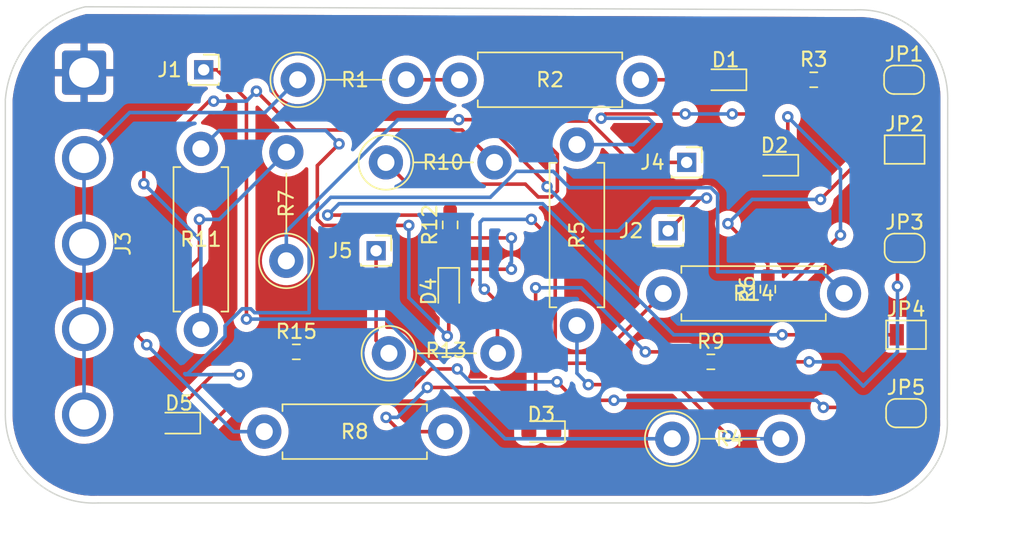
<source format=kicad_pcb>
(kicad_pcb (version 20211014) (generator pcbnew)
  (layers (0 "F.Cu" signal) (31 "B.Cu" signal) (34 "B.Paste" user) (35 "F.Paste" user) (36 "B.SilkS" user "B.Silkscreen") (37 "F.SilkS" user "F.Silkscreen") (38 "B.Mask" user) (39 "F.Mask" user) (44 "Edge.Cuts" user))
  (net 0 "")
  (net 1 "Net-(D1-Pad1)")
  (net 2 "Net-(D1-Pad2)")
  (net 3 "Net-(D2-Pad1)")
  (net 4 "Net-(D2-Pad2)")
  (net 5 "Net-(D3-Pad1)")
  (net 6 "Net-(D3-Pad2)")
  (net 7 "Net-(D4-Pad1)")
  (net 8 "Net-(D4-Pad2)")
  (net 9 "Net-(D5-Pad1)")
  (net 10 "Net-(D5-Pad2)")
  (net 11 "Net-(J1-Pad1)")
  (net 12 "Net-(J2-Pad1)")
  (net 13 "GND")
  (net 14 "VCC")
  (net 15 "Net-(J4-Pad1)")
  (net 16 "Net-(J5-Pad1)")
  (net 17 "Net-(JP1-Pad1)")
  (net 18 "Net-(JP2-Pad1)")
  (net 19 "Net-(JP3-Pad1)")
  (net 20 "Net-(JP4-Pad1)")
  (net 21 "Net-(JP5-Pad1)")
  (net 22 "Net-(R1-Pad2)")
  (net 23 "Net-(R4-Pad2)")
  (net 24 "Net-(R7-Pad2)")
  (net 25 "Net-(R10-Pad2)")
  (net 26 "Net-(R13-Pad2)")
  (footprint "Resistor_THT:R_Axial_DIN0411_L9.9mm_D3.6mm_P12.70mm_Horizontal" (layer "F.Cu") (at 76.6 60.85 90)
    (fp_text reference "R5" (at 6.35 0 90) (layer "F.SilkS"))
    (fp_text value "R")
    (fp_line (start 1.28 1.92) (end 11.42 1.92) (layer "F.SilkS") (width 0.12))
    (fp_line (start 1.28 -1.44) (end 1.28 -1.92) (layer "F.SilkS") (width 0.12))
    (fp_line (start 1.28 1.44) (end 1.28 1.92) (layer "F.SilkS") (width 0.12))
    (fp_line (start 1.28 -1.92) (end 11.42 -1.92) (layer "F.SilkS") (width 0.12))
    (fp_line (start 11.42 1.92) (end 11.42 1.44) (layer "F.SilkS") (width 0.12))
    (fp_line (start 11.42 -1.92) (end 11.42 -1.44) (layer "F.SilkS") (width 0.12))
    (pad "1" thru_hole circle (at 0 0 90) (size 2.4 2.4) (drill 1.2) (layers *.Cu *.Mask) (net 23 "Net-(R4-Pad2)"))
    (pad "2" thru_hole oval (at 12.7 0 90) (size 2.4 2.4) (drill 1.2) (layers *.Cu *.Mask) (net 4 "Net-(D2-Pad2)"))
  )
  (footprint "Jumper:SolderJumper-2_P1.3mm_Open_Pad1.0x1.5mm" (layer "F.Cu") (at 99.6 48.5)
    (fp_text reference "JP2" (at 0 -1.8) (layer "F.SilkS"))
    (fp_text value "SolderJumper_2_Open")
    (fp_line (start 1.4 1) (end -1.4 1) (layer "F.SilkS") (width 0.12))
    (fp_line (start 1.4 -1) (end 1.4 1) (layer "F.SilkS") (width 0.12))
    (fp_line (start -1.4 1) (end -1.4 -1) (layer "F.SilkS") (width 0.12))
    (fp_line (start -1.4 -1) (end 1.4 -1) (layer "F.SilkS") (width 0.12))
    (pad "1" smd rect (at -0.65 0) (size 1 1.5) (layers "F.Cu" "F.Mask") (net 18 "Net-(JP2-Pad1)"))
    (pad "2" smd rect (at 0.65 0) (size 1 1.5) (layers "F.Cu" "F.Mask") (net 13 "GND"))
  )
  (footprint "LED_SMD:LED_0603_1608Metric_Pad1.05x0.95mm_HandSolder" (layer "F.Cu") (at 74.1 68.3 180)
    (fp_text reference "D3" (at 0 1.2) (layer "F.SilkS"))
    (fp_text value "LED")
    (fp_line (start -1.66 -0.735) (end -1.66 0.735) (layer "F.SilkS") (width 0.12))
    (fp_line (start 0.8 -0.735) (end -1.66 -0.735) (layer "F.SilkS") (width 0.12))
    (fp_line (start -1.66 0.735) (end 0.8 0.735) (layer "F.SilkS") (width 0.12))
    (pad "1" smd roundrect (at -0.875 0 180) (size 1.05 0.95) (layers "F.Cu" "F.Paste" "F.Mask") (net 5 "Net-(D3-Pad1)"))
    (pad "2" smd roundrect (at 0.875 0 180) (size 1.05 0.95) (layers "F.Cu" "F.Paste" "F.Mask") (net 6 "Net-(D3-Pad2)"))
  )
  (footprint "LED_SMD:LED_0603_1608Metric_Pad1.05x0.95mm_HandSolder" (layer "F.Cu") (at 86.835 43.6 180)
    (fp_text reference "D1" (at -0.2 1.4) (layer "F.SilkS"))
    (fp_text value "LED")
    (fp_line (start -1.66 0.735) (end 0.8 0.735) (layer "F.SilkS") (width 0.12))
    (fp_line (start 0.8 -0.735) (end -1.66 -0.735) (layer "F.SilkS") (width 0.12))
    (fp_line (start -1.66 -0.735) (end -1.66 0.735) (layer "F.SilkS") (width 0.12))
    (pad "1" smd roundrect (at -0.875 0 180) (size 1.05 0.95) (layers "F.Cu" "F.Paste" "F.Mask") (net 1 "Net-(D1-Pad1)"))
    (pad "2" smd roundrect (at 0.875 0 180) (size 1.05 0.95) (layers "F.Cu" "F.Paste" "F.Mask") (net 2 "Net-(D1-Pad2)"))
  )
  (footprint "Resistor_THT:R_Axial_DIN0411_L9.9mm_D3.6mm_P7.62mm_Vertical" (layer "F.Cu") (at 56.2 56.31 90)
    (fp_text reference "R7" (at 4.02 0 90) (layer "F.SilkS"))
    (fp_text value "R")
    (fp_line (start 1.92 0) (end 6.12 0) (layer "F.SilkS") (width 0.12))
    (fp_circle (center 0 0) (end 1.92 0) (layer "F.SilkS") (width 0.12) (fill none))
    (pad "1" thru_hole circle (at 0 0 90) (size 2.4 2.4) (drill 1.2) (layers *.Cu *.Mask) (net 12 "Net-(J2-Pad1)"))
    (pad "2" thru_hole oval (at 7.62 0 90) (size 2.4 2.4) (drill 1.2) (layers *.Cu *.Mask) (net 24 "Net-(R7-Pad2)"))
  )
  (footprint "Resistor_SMD:R_0603_1608Metric_Pad0.98x0.95mm_HandSolder" (layer "F.Cu") (at 67.7 53.7875 90)
    (fp_text reference "R12" (at 0 -1.43 90) (layer "F.SilkS"))
    (fp_text value "R")
    (fp_line (start -0.254724 0.5225) (end 0.254724 0.5225) (layer "F.SilkS") (width 0.12))
    (fp_line (start -0.254724 -0.5225) (end 0.254724 -0.5225) (layer "F.SilkS") (width 0.12))
    (pad "1" smd roundrect (at -0.9125 0 90) (size 0.975 0.95) (layers "F.Cu" "F.Paste" "F.Mask") (net 7 "Net-(D4-Pad1)"))
    (pad "2" smd roundrect (at 0.9125 0 90) (size 0.975 0.95) (layers "F.Cu" "F.Paste" "F.Mask") (net 20 "Net-(JP4-Pad1)"))
  )
  (footprint "LED_SMD:LED_0603_1608Metric_Pad1.05x0.95mm_HandSolder" (layer "F.Cu") (at 67.6 58.4625 -90)
    (fp_text reference "D4" (at 0 1.4 90) (layer "F.SilkS"))
    (fp_text value "LED")
    (fp_line (start -1.66 0.735) (end 0.8 0.735) (layer "F.SilkS") (width 0.12))
    (fp_line (start 0.8 -0.735) (end -1.66 -0.735) (layer "F.SilkS") (width 0.12))
    (fp_line (start -1.66 -0.735) (end -1.66 0.735) (layer "F.SilkS") (width 0.12))
    (pad "1" smd roundrect (at -0.875 0 270) (size 1.05 0.95) (layers "F.Cu" "F.Paste" "F.Mask") (net 7 "Net-(D4-Pad1)"))
    (pad "2" smd roundrect (at 0.875 0 270) (size 1.05 0.95) (layers "F.Cu" "F.Paste" "F.Mask") (net 8 "Net-(D4-Pad2)"))
  )
  (footprint "Resistor_SMD:R_0603_1608Metric_Pad0.98x0.95mm_HandSolder" (layer "F.Cu") (at 86 63.4)
    (fp_text reference "R9" (at 0 -1.43) (layer "F.SilkS"))
    (fp_text value "R")
    (fp_line (start -0.254724 -0.5225) (end 0.254724 -0.5225) (layer "F.SilkS") (width 0.12))
    (fp_line (start -0.254724 0.5225) (end 0.254724 0.5225) (layer "F.SilkS") (width 0.12))
    (pad "1" smd roundrect (at -0.9125 0) (size 0.975 0.95) (layers "F.Cu" "F.Paste" "F.Mask") (net 5 "Net-(D3-Pad1)"))
    (pad "2" smd roundrect (at 0.9125 0) (size 0.975 0.95) (layers "F.Cu" "F.Paste" "F.Mask") (net 19 "Net-(JP3-Pad1)"))
  )
  (footprint "LED_SMD:LED_0603_1608Metric_Pad1.05x0.95mm_HandSolder" (layer "F.Cu") (at 90.475 49.6 180)
    (fp_text reference "D2" (at 0 1.4) (layer "F.SilkS"))
    (fp_text value "LED")
    (fp_line (start -1.66 -0.735) (end -1.66 0.735) (layer "F.SilkS") (width 0.12))
    (fp_line (start -1.66 0.735) (end 0.8 0.735) (layer "F.SilkS") (width 0.12))
    (fp_line (start 0.8 -0.735) (end -1.66 -0.735) (layer "F.SilkS") (width 0.12))
    (pad "1" smd roundrect (at -0.875 0 180) (size 1.05 0.95) (layers "F.Cu" "F.Paste" "F.Mask") (net 3 "Net-(D2-Pad1)"))
    (pad "2" smd roundrect (at 0.875 0 180) (size 1.05 0.95) (layers "F.Cu" "F.Paste" "F.Mask") (net 4 "Net-(D2-Pad2)"))
  )
  (footprint "Resistor_THT:R_Axial_DIN0411_L9.9mm_D3.6mm_P7.62mm_Vertical" (layer "F.Cu") (at 57 43.6)
    (fp_text reference "R1" (at 4.02 0) (layer "F.SilkS"))
    (fp_text value "R")
    (fp_line (start 1.92 0) (end 6.12 0) (layer "F.SilkS") (width 0.12))
    (fp_circle (center 0 0) (end 1.92 0) (layer "F.SilkS") (width 0.12) (fill none))
    (pad "1" thru_hole circle (at 0 0) (size 2.4 2.4) (drill 1.2) (layers *.Cu *.Mask) (net 14 "VCC"))
    (pad "2" thru_hole oval (at 7.62 0) (size 2.4 2.4) (drill 1.2) (layers *.Cu *.Mask) (net 22 "Net-(R1-Pad2)"))
  )
  (footprint "Resistor_THT:R_Axial_DIN0411_L9.9mm_D3.6mm_P12.70mm_Horizontal" (layer "F.Cu") (at 82.65 58.6)
    (fp_text reference "R14" (at 6.35 0) (layer "F.SilkS"))
    (fp_text value "R")
    (fp_line (start 1.28 -1.92) (end 11.42 -1.92) (layer "F.SilkS") (width 0.12))
    (fp_line (start 1.28 1.44) (end 1.28 1.92) (layer "F.SilkS") (width 0.12))
    (fp_line (start 1.28 1.92) (end 11.42 1.92) (layer "F.SilkS") (width 0.12))
    (fp_line (start 11.42 1.92) (end 11.42 1.44) (layer "F.SilkS") (width 0.12))
    (fp_line (start 1.28 -1.44) (end 1.28 -1.92) (layer "F.SilkS") (width 0.12))
    (fp_line (start 11.42 -1.92) (end 11.42 -1.44) (layer "F.SilkS") (width 0.12))
    (pad "1" thru_hole circle (at 0 0) (size 2.4 2.4) (drill 1.2) (layers *.Cu *.Mask) (net 26 "Net-(R13-Pad2)"))
    (pad "2" thru_hole oval (at 12.7 0) (size 2.4 2.4) (drill 1.2) (layers *.Cu *.Mask) (net 10 "Net-(D5-Pad2)"))
  )
  (footprint "Jumper:SolderJumper-2_P1.3mm_Open_RoundedPad1.0x1.5mm" (layer "F.Cu") (at 99.6 55.4)
    (fp_text reference "JP3" (at 0 -1.8) (layer "F.SilkS"))
    (fp_text value "SolderJumper_2_Open")
    (fp_line (start 1.4 -0.3) (end 1.4 0.3) (layer "F.SilkS") (width 0.12))
    (fp_line (start 0.7 1) (end -0.7 1) (layer "F.SilkS") (width 0.12))
    (fp_line (start -1.4 0.3) (end -1.4 -0.3) (layer "F.SilkS") (width 0.12))
    (fp_line (start -0.7 -1) (end 0.7 -1) (layer "F.SilkS") (width 0.12))
    (fp_arc (start -0.7 1) (mid -1.194975 0.794975) (end -1.4 0.3) (layer "F.SilkS") (width 0.12))
    (fp_arc (start -1.4 -0.3) (mid -1.194975 -0.794975) (end -0.7 -1) (layer "F.SilkS") (width 0.12))
    (fp_arc (start 0.7 -1) (mid 1.194975 -0.794975) (end 1.4 -0.3) (layer "F.SilkS") (width 0.12))
    (fp_arc (start 1.4 0.3) (mid 1.194975 0.794975) (end 0.7 1) (layer "F.SilkS") (width 0.12))
    (pad "1" smd custom (at -0.65 0) (size 1 0.5) (layers "F.Cu" "F.Mask") (net 19 "Net-(JP3-Pad1)") (options (clearance outline) (anchor rect)) (primitives (gr_circle (center 0 0.25) (end 0.5 0.25) (width 0) (fill yes)) (gr_circle (center 0 -0.25) (end 0.5 -0.25) (width 0) (fill yes)) (gr_poly (pts (xy 0.5 0.75) (xy 0 0.75) (xy 0 -0.75) (xy 0.5 -0.75)) (width 0) (fill yes))))
    (pad "2" smd custom (at 0.65 0) (size 1 0.5) (layers "F.Cu" "F.Mask") (net 13 "GND") (options (clearance outline) (anchor rect)) (primitives (gr_circle (center 0 0.25) (end 0.5 0.25) (width 0) (fill yes)) (gr_circle (center 0 -0.25) (end 0.5 -0.25) (width 0) (fill yes)) (gr_poly (pts (xy 0 0.75) (xy -0.5 0.75) (xy -0.5 -0.75) (xy 0 -0.75)) (width 0) (fill yes))))
  )
  (footprint "Resistor_SMD:R_0603_1608Metric_Pad0.98x0.95mm_HandSolder" (layer "F.Cu") (at 90 58.3 90)
    (fp_text reference "R6" (at 0 -1.43 90) (layer "F.SilkS"))
    (fp_text value "R")
    (fp_line (start -0.254724 0.5225) (end 0.254724 0.5225) (layer "F.SilkS") (width 0.12))
    (fp_line (start -0.254724 -0.5225) (end 0.254724 -0.5225) (layer "F.SilkS") (width 0.12))
    (pad "1" smd roundrect (at -0.9125 0 90) (size 0.975 0.95) (layers "F.Cu" "F.Paste" "F.Mask") (net 3 "Net-(D2-Pad1)"))
    (pad "2" smd roundrect (at 0.9125 0 90) (size 0.975 0.95) (layers "F.Cu" "F.Paste" "F.Mask") (net 18 "Net-(JP2-Pad1)"))
  )
  (footprint "Resistor_THT:R_Axial_DIN0411_L9.9mm_D3.6mm_P12.70mm_Horizontal" (layer "F.Cu") (at 54.65 68.3)
    (fp_text reference "R8" (at 6.35 0) (layer "F.SilkS"))
    (fp_text value "R")
    (fp_line (start 1.28 1.92) (end 11.42 1.92) (layer "F.SilkS") (width 0.12))
    (fp_line (start 1.28 1.44) (end 1.28 1.92) (layer "F.SilkS") (width 0.12))
    (fp_line (start 1.28 -1.92) (end 11.42 -1.92) (layer "F.SilkS") (width 0.12))
    (fp_line (start 11.42 1.92) (end 11.42 1.44) (layer "F.SilkS") (width 0.12))
    (fp_line (start 11.42 -1.92) (end 11.42 -1.44) (layer "F.SilkS") (width 0.12))
    (fp_line (start 1.28 -1.44) (end 1.28 -1.92) (layer "F.SilkS") (width 0.12))
    (pad "1" thru_hole circle (at 0 0) (size 2.4 2.4) (drill 1.2) (layers *.Cu *.Mask) (net 24 "Net-(R7-Pad2)"))
    (pad "2" thru_hole oval (at 12.7 0) (size 2.4 2.4) (drill 1.2) (layers *.Cu *.Mask) (net 6 "Net-(D3-Pad2)"))
  )
  (footprint "Resistor_THT:R_Axial_DIN0411_L9.9mm_D3.6mm_P7.62mm_Vertical" (layer "F.Cu") (at 63.4 62.8)
    (fp_text reference "R13" (at 4.02 -0.2) (layer "F.SilkS"))
    (fp_text value "R")
    (fp_line (start 1.92 0) (end 6.12 0) (layer "F.SilkS") (width 0.12))
    (fp_circle (center 0 0) (end 1.92 0) (layer "F.SilkS") (width 0.12) (fill none))
    (pad "1" thru_hole circle (at 0 0) (size 2.4 2.4) (drill 1.2) (layers *.Cu *.Mask) (net 16 "Net-(J5-Pad1)"))
    (pad "2" thru_hole oval (at 7.62 0) (size 2.4 2.4) (drill 1.2) (layers *.Cu *.Mask) (net 26 "Net-(R13-Pad2)"))
  )
  (footprint "Resistor_SMD:R_0603_1608Metric_Pad0.98x0.95mm_HandSolder" (layer "F.Cu") (at 93.2225 43.6)
    (fp_text reference "R3" (at 0 -1.43) (layer "F.SilkS"))
    (fp_text value "R")
    (fp_line (start -0.254724 0.5225) (end 0.254724 0.5225) (layer "F.SilkS") (width 0.12))
    (fp_line (start -0.254724 -0.5225) (end 0.254724 -0.5225) (layer "F.SilkS") (width 0.12))
    (pad "1" smd roundrect (at -0.9125 0) (size 0.975 0.95) (layers "F.Cu" "F.Paste" "F.Mask") (net 1 "Net-(D1-Pad1)"))
    (pad "2" smd roundrect (at 0.9125 0) (size 0.975 0.95) (layers "F.Cu" "F.Paste" "F.Mask") (net 17 "Net-(JP1-Pad1)"))
  )
  (footprint "Resistor_SMD:R_0603_1608Metric_Pad0.98x0.95mm_HandSolder" (layer "F.Cu") (at 56.9 62.7)
    (fp_text reference "R15" (at 0 -1.43) (layer "F.SilkS"))
    (fp_text value "R")
    (fp_line (start -0.254724 -0.5225) (end 0.254724 -0.5225) (layer "F.SilkS") (width 0.12))
    (fp_line (start -0.254724 0.5225) (end 0.254724 0.5225) (layer "F.SilkS") (width 0.12))
    (pad "1" smd roundrect (at -0.9125 0) (size 0.975 0.95) (layers "F.Cu" "F.Paste" "F.Mask") (net 9 "Net-(D5-Pad1)"))
    (pad "2" smd roundrect (at 0.9125 0) (size 0.975 0.95) (layers "F.Cu" "F.Paste" "F.Mask") (net 21 "Net-(JP5-Pad1)"))
  )
  (footprint "Resistor_THT:R_Axial_DIN0411_L9.9mm_D3.6mm_P7.62mm_Vertical" (layer "F.Cu") (at 83.29 68.8)
    (fp_text reference "R4" (at 4.02 0) (layer "F.SilkS"))
    (fp_text value "R")
    (fp_line (start 1.92 0) (end 6.12 0) (layer "F.SilkS") (width 0.12))
    (fp_circle (center 0 0) (end 1.92 0) (layer "F.SilkS") (width 0.12) (fill none))
    (pad "1" thru_hole circle (at 0 0) (size 2.4 2.4) (drill 1.2) (layers *.Cu *.Mask) (net 11 "Net-(J1-Pad1)"))
    (pad "2" thru_hole oval (at 7.62 0) (size 2.4 2.4) (drill 1.2) (layers *.Cu *.Mask) (net 23 "Net-(R4-Pad2)"))
  )
  (footprint "Resistor_THT:R_Axial_DIN0411_L9.9mm_D3.6mm_P12.70mm_Horizontal" (layer "F.Cu") (at 68.36 43.6)
    (fp_text reference "R2" (at 6.35 0) (layer "F.SilkS"))
    (fp_text value "R")
    (fp_line (start 1.28 -1.44) (end 1.28 -1.92) (layer "F.SilkS") (width 0.12))
    (fp_line (start 1.28 1.44) (end 1.28 1.92) (layer "F.SilkS") (width 0.12))
    (fp_line (start 11.42 -1.92) (end 11.42 -1.44) (layer "F.SilkS") (width 0.12))
    (fp_line (start 1.28 -1.92) (end 11.42 -1.92) (layer "F.SilkS") (width 0.12))
    (fp_line (start 1.28 1.92) (end 11.42 1.92) (layer "F.SilkS") (width 0.12))
    (fp_line (start 11.42 1.92) (end 11.42 1.44) (layer "F.SilkS") (width 0.12))
    (pad "1" thru_hole circle (at 0 0) (size 2.4 2.4) (drill 1.2) (layers *.Cu *.Mask) (net 22 "Net-(R1-Pad2)"))
    (pad "2" thru_hole oval (at 12.7 0) (size 2.4 2.4) (drill 1.2) (layers *.Cu *.Mask) (net 2 "Net-(D1-Pad2)"))
  )
  (footprint "Jumper:SolderJumper-2_P1.3mm_Open_RoundedPad1.0x1.5mm" (layer "F.Cu") (at 99.56 43.6)
    (fp_text reference "JP1" (at 0 -1.8) (layer "F.SilkS"))
    (fp_text value "SolderJumper_2_Open")
    (fp_line (start 1.4 -0.3) (end 1.4 0.3) (layer "F.SilkS") (width 0.12))
    (fp_line (start -1.4 0.3) (end -1.4 -0.3) (layer "F.SilkS") (width 0.12))
    (fp_line (start -0.7 -1) (end 0.7 -1) (layer "F.SilkS") (width 0.12))
    (fp_line (start 0.7 1) (end -0.7 1) (layer "F.SilkS") (width 0.12))
    (fp_arc (start 1.4 0.3) (mid 1.194975 0.794975) (end 0.7 1) (layer "F.SilkS") (width 0.12))
    (fp_arc (start -1.4 -0.3) (mid -1.194975 -0.794975) (end -0.7 -1) (layer "F.SilkS") (width 0.12))
    (fp_arc (start 0.7 -1) (mid 1.194975 -0.794975) (end 1.4 -0.3) (layer "F.SilkS") (width 0.12))
    (fp_arc (start -0.7 1) (mid -1.194975 0.794975) (end -1.4 0.3) (layer "F.SilkS") (width 0.12))
    (pad "1" smd custom (at -0.65 0) (size 1 0.5) (layers "F.Cu" "F.Mask") (net 17 "Net-(JP1-Pad1)") (options (clearance outline) (anchor rect)) (primitives (gr_circle (center 0 0.25) (end 0.5 0.25) (width 0) (fill yes)) (gr_circle (center 0 -0.25) (end 0.5 -0.25) (width 0) (fill yes)) (gr_poly (pts (xy 0.5 0.75) (xy 0 0.75) (xy 0 -0.75) (xy 0.5 -0.75)) (width 0) (fill yes))))
    (pad "2" smd custom (at 0.65 0) (size 1 0.5) (layers "F.Cu" "F.Mask") (net 13 "GND") (options (clearance outline) (anchor rect)) (primitives (gr_circle (center 0 0.25) (end 0.5 0.25) (width 0) (fill yes)) (gr_circle (center 0 -0.25) (end 0.5 -0.25) (width 0) (fill yes)) (gr_poly (pts (xy 0 0.75) (xy -0.5 0.75) (xy -0.5 -0.75) (xy 0 -0.75)) (width 0) (fill yes))))
  )
  (footprint "Connector_PinSocket_2.00mm:PinSocket_1x01_P2.00mm_Vertical" (layer "F.Cu") (at 84.3 49.4)
    (fp_text reference "J4" (at -2.4 0) (layer "F.SilkS"))
    (fp_text value "Conn_01x01")
    (fp_line (start 1.06 0.94) (end 1.06 1.06) (layer "F.SilkS") (width 0.12))
    (fp_line (start 0 -1.06) (end 1.06 -1.06) (layer "F.SilkS") (width 0.12))
    (fp_line (start 1.06 -1.06) (end 1.06 0) (layer "F.SilkS") (width 0.12))
    (fp_line (start -1.06 0.94) (end -1.06 1.06) (layer "F.SilkS") (width 0.12))
    (fp_line (start -1.06 1.06) (end 1.06 1.06) (layer "F.SilkS") (width 0.12))
    (pad "1" thru_hole rect (at 0 0) (size 1.35 1.35) (drill 0.8) (layers *.Cu *.Mask) (net 15 "Net-(J4-Pad1)"))
  )
  (footprint "Connector_Wire:SolderWire-1.5sqmm_1x05_P6mm_D1.7mm_OD3mm" (layer "F.Cu") (at 42 43.1 -90)
    (fp_text reference "J3" (at 12 -2.75 90) (layer "F.SilkS"))
    (fp_text value "Conn_01x05")
    (pad "1" thru_hole roundrect (at 0 0 270) (size 3.1 3.1) (drill 2.1) (layers *.Cu *.Mask) (roundrect_rratio 0.08064483871) (net 13 "GND"))
    (pad "2" thru_hole circle (at 6 0 270) (size 3.1 3.1) (drill 2.1) (layers *.Cu *.Mask) (net 14 "VCC"))
    (pad "3" thru_hole circle (at 12 0 270) (size 3.1 3.1) (drill 2.1) (layers *.Cu *.Mask) (net 14 "VCC"))
    (pad "4" thru_hole circle (at 18 0 270) (size 3.1 3.1) (drill 2.1) (layers *.Cu *.Mask) (net 14 "VCC"))
    (pad "5" thru_hole circle (at 24 0 270) (size 3.1 3.1) (drill 2.1) (layers *.Cu *.Mask) (net 14 "VCC"))
  )
  (footprint "Connector_PinSocket_2.00mm:PinSocket_1x01_P2.00mm_Vertical" (layer "F.Cu") (at 62.5 55.6)
    (fp_text reference "J5" (at -2.51 0) (layer "F.SilkS"))
    (fp_text value "Conn_01x01")
    (fp_line (start -1.06 0.94) (end -1.06 1.06) (layer "F.SilkS") (width 0.12))
    (fp_line (start 1.06 0.94) (end 1.06 1.06) (layer "F.SilkS") (width 0.12))
    (fp_line (start 1.06 -1.06) (end 1.06 0) (layer "F.SilkS") (width 0.12))
    (fp_line (start -1.06 1.06) (end 1.06 1.06) (layer "F.SilkS") (width 0.12))
    (fp_line (start 0 -1.06) (end 1.06 -1.06) (layer "F.SilkS") (width 0.12))
    (pad "1" thru_hole rect (at 0 0) (size 1.35 1.35) (drill 0.8) (layers *.Cu *.Mask) (net 16 "Net-(J5-Pad1)"))
  )
  (footprint "Connector_PinSocket_2.00mm:PinSocket_1x01_P2.00mm_Vertical" (layer "F.Cu") (at 83 54.2)
    (fp_text reference "J2" (at -2.6 0) (layer "F.SilkS"))
    (fp_text value "Conn_01x01")
    (fp_line (start -1.06 1.06) (end 1.06 1.06) (layer "F.SilkS") (width 0.12))
    (fp_line (start 1.06 0.94) (end 1.06 1.06) (layer "F.SilkS") (width 0.12))
    (fp_line (start 1.06 -1.06) (end 1.06 0) (layer "F.SilkS") (width 0.12))
    (fp_line (start -1.06 0.94) (end -1.06 1.06) (layer "F.SilkS") (width 0.12))
    (fp_line (start 0 -1.06) (end 1.06 -1.06) (layer "F.SilkS") (width 0.12))
    (pad "1" thru_hole rect (at 0 0) (size 1.35 1.35) (drill 0.8) (layers *.Cu *.Mask) (net 12 "Net-(J2-Pad1)"))
  )
  (footprint "Connector_PinSocket_2.00mm:PinSocket_1x01_P2.00mm_Vertical" (layer "F.Cu") (at 50.4 42.9)
    (fp_text reference "J1" (at -2.4 0) (layer "F.SilkS"))
    (fp_text value "Conn_01x01")
    (fp_line (start 1.06 -1.06) (end 1.06 0) (layer "F.SilkS") (width 0.12))
    (fp_line (start -1.06 0.94) (end -1.06 1.06) (layer "F.SilkS") (width 0.12))
    (fp_line (start 0 -1.06) (end 1.06 -1.06) (layer "F.SilkS") (width 0.12))
    (fp_line (start 1.06 0.94) (end 1.06 1.06) (layer "F.SilkS") (width 0.12))
    (fp_line (start -1.06 1.06) (end 1.06 1.06) (layer "F.SilkS") (width 0.12))
    (pad "1" thru_hole rect (at 0 0) (size 1.35 1.35) (drill 0.8) (layers *.Cu *.Mask) (net 11 "Net-(J1-Pad1)"))
  )
  (footprint "Jumper:SolderJumper-2_P1.3mm_Open_Pad1.0x1.5mm" (layer "F.Cu") (at 99.7 61.5)
    (fp_text reference "JP4" (at 0 -1.8) (layer "F.SilkS"))
    (fp_text value "SolderJumper_2_Open")
    (fp_line (start 1.4 1) (end -1.4 1) (layer "F.SilkS") (width 0.12))
    (fp_line (start 1.4 -1) (end 1.4 1) (layer "F.SilkS") (width 0.12))
    (fp_line (start -1.4 -1) (end 1.4 -1) (layer "F.SilkS") (width 0.12))
    (fp_line (start -1.4 1) (end -1.4 -1) (layer "F.SilkS") (width 0.12))
    (pad "1" smd rect (at -0.65 0) (size 1 1.5) (layers "F.Cu" "F.Mask") (net 20 "Net-(JP4-Pad1)"))
    (pad "2" smd rect (at 0.65 0) (size 1 1.5) (layers "F.Cu" "F.Mask") (net 13 "GND"))
  )
  (footprint "Resistor_THT:R_Axial_DIN0411_L9.9mm_D3.6mm_P7.62mm_Vertical" (layer "F.Cu") (at 63.19 49.4)
    (fp_text reference "R10" (at 4.02 0) (layer "F.SilkS"))
    (fp_text value "R")
    (fp_line (start 1.92 0) (end 6.12 0) (layer "F.SilkS") (width 0.12))
    (fp_circle (center 0 0) (end 1.92 0) (layer "F.SilkS") (width 0.12) (fill none))
    (pad "1" thru_hole circle (at 0 0) (size 2.4 2.4) (drill 1.2) (layers *.Cu *.Mask) (net 15 "Net-(J4-Pad1)"))
    (pad "2" thru_hole oval (at 7.62 0) (size 2.4 2.4) (drill 1.2) (layers *.Cu *.Mask) (net 25 "Net-(R10-Pad2)"))
  )
  (footprint "LED_SMD:LED_0603_1608Metric_Pad1.05x0.95mm_HandSolder" (layer "F.Cu") (at 48.5 67.7 180)
    (fp_text reference "D5" (at -0.165 1.4) (layer "F.SilkS"))
    (fp_text value "LED")
    (fp_line (start 0.8 -0.735) (end -1.66 -0.735) (layer "F.SilkS") (width 0.12))
    (fp_line (start -1.66 -0.735) (end -1.66 0.735) (layer "F.SilkS") (width 0.12))
    (fp_line (start -1.66 0.735) (end 0.8 0.735) (layer "F.SilkS") (width 0.12))
    (pad "1" smd roundrect (at -0.875 0 180) (size 1.05 0.95) (layers "F.Cu" "F.Paste" "F.Mask") (net 9 "Net-(D5-Pad1)"))
    (pad "2" smd roundrect (at 0.875 0 180) (size 1.05 0.95) (layers "F.Cu" "F.Paste" "F.Mask") (net 10 "Net-(D5-Pad2)"))
  )
  (footprint "Jumper:SolderJumper-2_P1.3mm_Open_RoundedPad1.0x1.5mm" (layer "F.Cu") (at 99.7 67)
    (fp_text reference "JP5" (at 0 -1.8) (layer "F.SilkS"))
    (fp_text value "SolderJumper_2_Open")
    (fp_line (start -0.7 -1) (end 0.7 -1) (layer "F.SilkS") (width 0.12))
    (fp_line (start -1.4 0.3) (end -1.4 -0.3) (layer "F.SilkS") (width 0.12))
    (fp_line (start 0.7 1) (end -0.7 1) (layer "F.SilkS") (width 0.12))
    (fp_line (start 1.4 -0.3) (end 1.4 0.3) (layer "F.SilkS") (width 0.12))
    (fp_arc (start 1.4 0.3) (mid 1.194975 0.794975) (end 0.7 1) (layer "F.SilkS") (width 0.12))
    (fp_arc (start 0.7 -1) (mid 1.194975 -0.794975) (end 1.4 -0.3) (layer "F.SilkS") (width 0.12))
    (fp_arc (start -1.4 -0.3) (mid -1.194975 -0.794975) (end -0.7 -1) (layer "F.SilkS") (width 0.12))
    (fp_arc (start -0.7 1) (mid -1.194975 0.794975) (end -1.4 0.3) (layer "F.SilkS") (width 0.12))
    (pad "1" smd custom (at -0.65 0) (size 1 0.5) (layers "F.Cu" "F.Mask") (net 21 "Net-(JP5-Pad1)") (options (clearance outline) (anchor rect)) (primitives (gr_circle (center 0 0.25) (end 0.5 0.25) (width 0) (fill yes)) (gr_circle (center 0 -0.25) (end 0.5 -0.25) (width 0) (fill yes)) (gr_poly (pts (xy 0.5 0.75) (xy 0 0.75) (xy 0 -0.75) (xy 0.5 -0.75)) (width 0) (fill yes))))
    (pad "2" smd custom (at 0.65 0) (size 1 0.5) (layers "F.Cu" "F.Mask") (net 13 "GND") (options (clearance outline) (anchor rect)) (primitives (gr_circle (center 0 0.25) (end 0.5 0.25) (width 0) (fill yes)) (gr_circle (center 0 -0.25) (end 0.5 -0.25) (width 0) (fill yes)) (gr_poly (pts (xy 0 0.75) (xy -0.5 0.75) (xy -0.5 -0.75) (xy 0 -0.75)) (width 0) (fill yes))))
  )
  (footprint "Resistor_THT:R_Axial_DIN0411_L9.9mm_D3.6mm_P12.70mm_Horizontal" (layer "F.Cu") (at 50.2 61.15 90)
    (fp_text reference "R11" (at 6.35 0) (layer "F.SilkS"))
    (fp_text value "R")
    (fp_line (start 11.42 1.92) (end 11.42 1.44) (layer "F.SilkS") (width 0.12))
    (fp_line (start 1.28 -1.92) (end 11.42 -1.92) (layer "F.SilkS") (width 0.12))
    (fp_line (start 1.28 -1.44) (end 1.28 -1.92) (layer "F.SilkS") (width 0.12))
    (fp_line (start 1.28 1.92) (end 11.42 1.92) (layer "F.SilkS") (width 0.12))
    (fp_line (start 1.28 1.44) (end 1.28 1.92) (layer "F.SilkS") (width 0.12))
    (fp_line (start 11.42 -1.92) (end 11.42 -1.44) (layer "F.SilkS") (width 0.12))
    (pad "1" thru_hole circle (at 0 0 90) (size 2.4 2.4) (drill 1.2) (layers *.Cu *.Mask) (net 25 "Net-(R10-Pad2)"))
    (pad "2" thru_hole oval (at 12.7 0 90) (size 2.4 2.4) (drill 1.2) (layers *.Cu *.Mask) (net 8 "Net-(D4-Pad2)"))
  )
  (gr_line (start 42.094005 38.474558) (end 96.118189 38.694006) (layer "Edge.Cuts") (width 0.1))
  (gr_arc (start 96.118189 38.694006) (mid 100.7 40.4) (end 102.625442 44.894005) (layer "Edge.Cuts") (width 0.1))
  (gr_line (start 42.981811 73.305994) (end 96.6 73.305994) (layer "Edge.Cuts") (width 0.1))
  (gr_arc (start 102.599999 67.4) (mid 100.921635 71.695669) (end 96.6 73.305994) (layer "Edge.Cuts") (width 0.1))
  (gr_line (start 36.474558 67.105995) (end 36.474558 45) (layer "Edge.Cuts") (width 0.1))
  (gr_arc (start 42.981811 73.305994) (mid 38.4 71.6) (end 36.474558 67.105995) (layer "Edge.Cuts") (width 0.1))
  (gr_arc (start 36.474558 45) (mid 38.220428 40.821131) (end 42.094005 38.474558) (layer "Edge.Cuts") (width 0.1))
  (gr_line (start 102.625442 44.894005) (end 102.599999 67.4) (layer "Edge.Cuts") (width 0.1))
  (segment (start 87.71 43.6) (end 92.31 43.6) (width 0.25) (layer "F.Cu") (net 1))
  (segment (start 81.06 43.6) (end 85.96 43.6) (width 0.25) (layer "F.Cu") (net 2))
  (segment (start 95.1 54.5) (end 90.3875 59.2125) (width 0.25) (layer "F.Cu") (net 3))
  (segment (start 90.3875 59.2125) (end 90 59.2125) (width 0.25) (layer "F.Cu") (net 3))
  (segment (start 91.4 49.55) (end 91.4 46.2) (width 0.25) (layer "F.Cu") (net 3))
  (segment (start 91.35 49.6) (end 91.4 49.55) (width 0.25) (layer "F.Cu") (net 3))
  (via (at 91.4 46.2) (size 0.8) (drill 0.4) (layers "F.Cu" "B.Cu") (net 3))
  (via (at 95.1 54.5) (size 0.8) (drill 0.4) (layers "F.Cu" "B.Cu") (net 3))
  (segment (start 91.4 46.2) (end 95.1 49.9) (width 0.25) (layer "B.Cu") (net 3))
  (segment (start 95.1 49.9) (end 95.1 54.5) (width 0.25) (layer "B.Cu") (net 3))
  (segment (start 78.6 46) (end 78.3 46.3) (width 0.25) (layer "F.Cu") (net 4))
  (segment (start 89.4 46) (end 87.5 46) (width 0.25) (layer "F.Cu") (net 4))
  (segment (start 89.6 46.2) (end 89.4 46) (width 0.25) (layer "F.Cu") (net 4))
  (segment (start 84.2 46) (end 78.6 46) (width 0.25) (layer "F.Cu") (net 4))
  (segment (start 89.6 49.6) (end 89.6 46.2) (width 0.25) (layer "F.Cu") (net 4))
  (via (at 87.5 46) (size 0.8) (drill 0.4) (layers "F.Cu" "B.Cu") (net 4))
  (via (at 78.3 46.3) (size 0.8) (drill 0.4) (layers "F.Cu" "B.Cu") (net 4))
  (via (at 84.2 46) (size 0.8) (drill 0.4) (layers "F.Cu" "B.Cu") (net 4))
  (segment (start 76.6 48.15) (end 80.55 48.15) (width 0.25) (layer "B.Cu") (net 4))
  (segment (start 81.6 46.3) (end 78.3 46.3) (width 0.25) (layer "B.Cu") (net 4))
  (segment (start 80.55 48.15) (end 82 46.7) (width 0.25) (layer "B.Cu") (net 4))
  (segment (start 87.5 46) (end 84.2 46) (width 0.25) (layer "B.Cu") (net 4))
  (segment (start 82 46.7) (end 81.6 46.3) (width 0.25) (layer "B.Cu") (net 4))
  (segment (start 74.975 68.3) (end 73.7 67.025) (width 0.25) (layer "F.Cu") (net 5))
  (segment (start 81.4 62.7) (end 84.3875 62.7) (width 0.25) (layer "F.Cu") (net 5))
  (segment (start 84.3875 62.7) (end 85.0875 63.4) (width 0.25) (layer "F.Cu") (net 5))
  (segment (start 73.7 67.025) (end 73.7 58.2) (width 0.25) (layer "F.Cu") (net 5))
  (via (at 81.4 62.7) (size 0.8) (drill 0.4) (layers "F.Cu" "B.Cu") (net 5))
  (via (at 73.7 58.2) (size 0.8) (drill 0.4) (layers "F.Cu" "B.Cu") (net 5))
  (segment (start 73.7 58.2) (end 76.9 58.2) (width 0.25) (layer "B.Cu") (net 5))
  (segment (start 76.9 58.2) (end 81.4 62.7) (width 0.25) (layer "B.Cu") (net 5))
  (segment (start 66.1 65.2) (end 70.125 65.2) (width 0.25) (layer "F.Cu") (net 6))
  (segment (start 64.2 68.3) (end 63.2 67.3) (width 0.25) (layer "F.Cu") (net 6))
  (segment (start 70.125 65.2) (end 73.225 68.3) (width 0.25) (layer "F.Cu") (net 6))
  (segment (start 67.35 68.3) (end 64.2 68.3) (width 0.25) (layer "F.Cu") (net 6))
  (via (at 63.2 67.3) (size 0.8) (drill 0.4) (layers "F.Cu" "B.Cu") (net 6))
  (via (at 66.1 65.2) (size 0.8) (drill 0.4) (layers "F.Cu" "B.Cu") (net 6))
  (segment (start 63.2 67.3) (end 64 67.3) (width 0.25) (layer "B.Cu") (net 6))
  (segment (start 64 67.3) (end 66.1 65.2) (width 0.25) (layer "B.Cu") (net 6))
  (segment (start 68.2875 56.9) (end 67.6 57.5875) (width 0.25) (layer "F.Cu") (net 7))
  (segment (start 67.7 54.7) (end 72 54.7) (width 0.25) (layer "F.Cu") (net 7))
  (segment (start 72 56.9) (end 68.2875 56.9) (width 0.25) (layer "F.Cu") (net 7))
  (via (at 72 54.7) (size 0.8) (drill 0.4) (layers "F.Cu" "B.Cu") (net 7))
  (via (at 72 56.9) (size 0.8) (drill 0.4) (layers "F.Cu" "B.Cu") (net 7))
  (segment (start 72 54.7) (end 72 56.4) (width 0.25) (layer "B.Cu") (net 7))
  (segment (start 72 56.4) (end 71.9 56.5) (width 0.25) (layer "B.Cu") (net 7))
  (segment (start 71.9 56.8) (end 72 56.9) (width 0.25) (layer "B.Cu") (net 7))
  (segment (start 71.9 56.5) (end 71.9 56.8) (width 0.25) (layer "B.Cu") (net 7))
  (segment (start 67.6 61.5) (end 67.5 61.6) (width 0.25) (layer "F.Cu") (net 8))
  (segment (start 58.799886 53.8245) (end 58.375489 53.400103) (width 0.25) (layer "F.Cu") (net 8))
  (segment (start 64.8 53.8245) (end 58.799886 53.8245) (width 0.25) (layer "F.Cu") (net 8))
  (segment (start 58.375489 53.400103) (end 58.375489 49.624511) (width 0.25) (layer "F.Cu") (net 8))
  (segment (start 67.6 59.3375) (end 67.6 61.5) (width 0.25) (layer "F.Cu") (net 8))
  (segment (start 58.375489 49.624511) (end 59.9 48.1) (width 0.25) (layer "F.Cu") (net 8))
  (via (at 64.8 53.8245) (size 0.8) (drill 0.4) (layers "F.Cu" "B.Cu") (net 8))
  (via (at 59.9 48.1) (size 0.8) (drill 0.4) (layers "F.Cu" "B.Cu") (net 8))
  (via (at 67.5 61.6) (size 0.8) (drill 0.4) (layers "F.Cu" "B.Cu") (net 8))
  (segment (start 51.484511 47.165489) (end 50.2 48.45) (width 0.25) (layer "B.Cu") (net 8))
  (segment (start 64.8 58.9) (end 64.8 53.8245) (width 0.25) (layer "B.Cu") (net 8))
  (segment (start 58.965489 47.165489) (end 51.484511 47.165489) (width 0.25) (layer "B.Cu") (net 8))
  (segment (start 59.9 48.1) (end 58.965489 47.165489) (width 0.25) (layer "B.Cu") (net 8))
  (segment (start 67.5 61.6) (end 64.8 58.9) (width 0.25) (layer "B.Cu") (net 8))
  (segment (start 50.9875 67.7) (end 55.9875 62.7) (width 0.25) (layer "F.Cu") (net 9))
  (segment (start 49.375 67.7) (end 50.9875 67.7) (width 0.25) (layer "F.Cu") (net 9))
  (segment (start 51.025 64.3) (end 47.625 67.7) (width 0.25) (layer "F.Cu") (net 10))
  (segment (start 52.9 64.3) (end 51.025 64.3) (width 0.25) (layer "F.Cu") (net 10))
  (via (at 52.9 64.3) (size 0.8) (drill 0.4) (layers "F.Cu" "B.Cu") (net 10))
  (segment (start 93.825489 57.075489) (end 86.475489 57.075489) (width 0.25) (layer "B.Cu") (net 10))
  (segment (start 72.334511 50.031474) (end 70.515505 51.85048) (width 0.25) (layer "B.Cu") (net 10))
  (segment (start 86.000103 51.175489) (end 76.075489 51.175489) (width 0.25) (layer "B.Cu") (net 10))
  (segment (start 59.324906 51.85048) (end 57.8 53.375386) (width 0.25) (layer "B.Cu") (net 10))
  (segment (start 51.9 60.875386) (end 51.9 61.605985) (width 0.25) (layer "B.Cu") (net 10))
  (segment (start 53.975094 59.95048) (end 53.700103 59.675489) (width 0.25) (layer "B.Cu") (net 10))
  (segment (start 57.8 53.375386) (end 57.8 59.95048) (width 0.25) (layer "B.Cu") (net 10))
  (segment (start 74.931474 50.031474) (end 72.334511 50.031474) (width 0.25) (layer "B.Cu") (net 10))
  (segment (start 70.515505 51.85048) (end 59.324906 51.85048) (width 0.25) (layer "B.Cu") (net 10))
  (segment (start 51.9 61.605985) (end 49.273844 64.232141) (width 0.25) (layer "B.Cu") (net 10))
  (segment (start 49.067859 64.232141) (end 49.135718 64.3) (width 0.25) (layer "B.Cu") (net 10))
  (segment (start 49.273844 64.232141) (end 49.067859 64.232141) (width 0.25) (layer "B.Cu") (net 10))
  (segment (start 86.475489 57.075489) (end 86.475489 51.650875) (width 0.25) (layer "B.Cu") (net 10))
  (segment (start 95.35 58.6) (end 93.825489 57.075489) (width 0.25) (layer "B.Cu") (net 10))
  (segment (start 86.475489 51.650875) (end 86.000103 51.175489) (width 0.25) (layer "B.Cu") (net 10))
  (segment (start 53.099897 59.675489) (end 51.9 60.875386) (width 0.25) (layer "B.Cu") (net 10))
  (segment (start 49.135718 64.3) (end 52.9 64.3) (width 0.25) (layer "B.Cu") (net 10))
  (segment (start 57.8 59.95048) (end 53.975094 59.95048) (width 0.25) (layer "B.Cu") (net 10))
  (segment (start 76.075489 51.175489) (end 74.931474 50.031474) (width 0.25) (layer "B.Cu") (net 10))
  (segment (start 53.700103 59.675489) (end 53.099897 59.675489) (width 0.25) (layer "B.Cu") (net 10))
  (segment (start 51.325 42.9) (end 53.4 44.975) (width 0.25) (layer "F.Cu") (net 11))
  (segment (start 53.4 44.975) (end 53.4 60.4) (width 0.25) (layer "F.Cu") (net 11))
  (segment (start 50.4 42.9) (end 51.325 42.9) (width 0.25) (layer "F.Cu") (net 11))
  (via (at 53.4 60.4) (size 0.8) (drill 0.4) (layers "F.Cu" "B.Cu") (net 11))
  (segment (start 53.4 60.4) (end 63.155985 60.4) (width 0.25) (layer "B.Cu") (net 11))
  (segment (start 71.555985 68.8) (end 83.29 68.8) (width 0.25) (layer "B.Cu") (net 11))
  (segment (start 63.155985 60.4) (end 71.555985 68.8) (width 0.25) (layer "B.Cu") (net 11))
  (segment (start 74.5 51.1) (end 74.5 50.934015) (width 0.25) (layer "F.Cu") (net 12))
  (segment (start 69.965985 46.4) (end 68.3 46.4) (width 0.25) (layer "F.Cu") (net 12))
  (segment (start 83 54.2) (end 85.3 51.9) (width 0.25) (layer "F.Cu") (net 12))
  (segment (start 85.3 51.9) (end 85.7 51.9) (width 0.25) (layer "F.Cu") (net 12))
  (segment (start 74.5 50.934015) (end 69.965985 46.4) (width 0.25) (layer "F.Cu") (net 12))
  (via (at 85.7 51.9) (size 0.8) (drill 0.4) (layers "F.Cu" "B.Cu") (net 12))
  (via (at 68.3 46.4) (size 0.8) (drill 0.4) (layers "F.Cu" "B.Cu") (net 12))
  (via (at 74.5 51.1) (size 0.8) (drill 0.4) (layers "F.Cu" "B.Cu") (net 12))
  (segment (start 56.2 54.234015) (end 56.2 56.31) (width 0.25) (layer "B.Cu") (net 12))
  (segment (start 64.034015 46.4) (end 56.2 54.234015) (width 0.25) (layer "B.Cu") (net 12))
  (segment (start 68.3 46.4) (end 64.034015 46.4) (width 0.25) (layer "B.Cu") (net 12))
  (segment (start 79.5 54.2) (end 77.6 54.2) (width 0.25) (layer "B.Cu") (net 12))
  (segment (start 77.6 54.2) (end 74.5 51.1) (width 0.25) (layer "B.Cu") (net 12))
  (segment (start 85.7 51.9) (end 81.8 51.9) (width 0.25) (layer "B.Cu") (net 12))
  (segment (start 81.8 51.9) (end 79.5 54.2) (width 0.25) (layer "B.Cu") (net 12))
  (segment (start 56.9 43.5) (end 57 43.6) (width 0.25) (layer "F.Cu") (net 14))
  (segment (start 54.7 45.9) (end 57 43.6) (width 0.25) (layer "B.Cu") (net 14))
  (segment (start 42 49.1) (end 42 67.1) (width 0.25) (layer "B.Cu") (net 14))
  (segment (start 45.2 45.9) (end 54.7 45.9) (width 0.25) (layer "B.Cu") (net 14))
  (segment (start 42 49.1) (end 45.2 45.9) (width 0.25) (layer "B.Cu") (net 14))
  (segment (start 73 46.5) (end 77.475386 46.5) (width 0.25) (layer "F.Cu") (net 15))
  (segment (start 74.800103 51.824511) (end 75.224511 51.400103) (width 0.25) (layer "F.Cu") (net 15))
  (segment (start 80.375386 49.4) (end 84.3 49.4) (width 0.25) (layer "F.Cu") (net 15))
  (segment (start 75.224511 48.824511) (end 73 46.6) (width 0.25) (layer "F.Cu") (net 15))
  (segment (start 73.87549 51.824511) (end 74.800103 51.824511) (width 0.25) (layer "F.Cu") (net 15))
  (segment (start 64.714511 50.924511) (end 72.97549 50.924511) (width 0.25) (layer "F.Cu") (net 15))
  (segment (start 77.475386 46.5) (end 80.375386 49.4) (width 0.25) (layer "F.Cu") (net 15))
  (segment (start 72.97549 50.924511) (end 73.87549 51.824511) (width 0.25) (layer "F.Cu") (net 15))
  (segment (start 73 46.6) (end 73 46.5) (width 0.25) (layer "F.Cu") (net 15))
  (segment (start 75.224511 51.400103) (end 75.224511 48.824511) (width 0.25) (layer "F.Cu") (net 15))
  (segment (start 63.19 49.4) (end 64.714511 50.924511) (width 0.25) (layer "F.Cu") (net 15))
  (segment (start 62.5 55.6) (end 62.5 61.9) (width 0.25) (layer "F.Cu") (net 16))
  (segment (start 62.5 61.9) (end 63.4 62.8) (width 0.25) (layer "F.Cu") (net 16))
  (segment (start 94.135 43.6) (end 98.91 43.6) (width 0.25) (layer "F.Cu") (net 17))
  (segment (start 90 56.5) (end 87.2 53.7) (width 0.25) (layer "F.Cu") (net 18))
  (segment (start 97.2 48.5) (end 98.95 48.5) (width 0.25) (layer "F.Cu") (net 18))
  (segment (start 90 57.3875) (end 90 56.5) (width 0.25) (layer "F.Cu") (net 18))
  (segment (start 93.7 52) (end 97.2 48.5) (width 0.25) (layer "F.Cu") (net 18))
  (via (at 93.7 52) (size 0.8) (drill 0.4) (layers "F.Cu" "B.Cu") (net 18))
  (via (at 87.2 53.7) (size 0.8) (drill 0.4) (layers "F.Cu" "B.Cu") (net 18))
  (segment (start 88.9 52) (end 93.7 52) (width 0.25) (layer "B.Cu") (net 18))
  (segment (start 87.2 53.7) (end 88.9 52) (width 0.25) (layer "B.Cu") (net 18))
  (segment (start 98.95 56.8401) (end 98.95 55.4) (width 0.25) (layer "F.Cu") (net 19))
  (segment (start 86.9125 63.4) (end 92.9 63.4) (width 0.25) (layer "F.Cu") (net 19))
  (segment (start 99.1 56.9901) (end 98.95 56.8401) (width 0.25) (layer "F.Cu") (net 19))
  (segment (start 99.1 58.1) (end 99.1 56.9901) (width 0.25) (layer "F.Cu") (net 19))
  (via (at 99.1 58.1) (size 0.8) (drill 0.4) (layers "F.Cu" "B.Cu") (net 19))
  (via (at 92.9 63.4) (size 0.8) (drill 0.4) (layers "F.Cu" "B.Cu") (net 19))
  (segment (start 96.7 65.1) (end 99.1 62.7) (width 0.25) (layer "B.Cu") (net 19))
  (segment (start 95 63.4) (end 96.7 65.1) (width 0.25) (layer "B.Cu") (net 19))
  (segment (start 99.1 62.7) (end 99.1 58.1) (width 0.25) (layer "B.Cu") (net 19))
  (segment (start 92.9 63.4) (end 95 63.4) (width 0.25) (layer "B.Cu") (net 19))
  (segment (start 99.05 61.5) (end 91 61.5) (width 0.25) (layer "F.Cu") (net 20))
  (segment (start 67.475 53.1) (end 67.7 52.875) (width 0.25) (layer "F.Cu") (net 20))
  (segment (start 59.1 53.1) (end 67.475 53.1) (width 0.25) (layer "F.Cu") (net 20))
  (via (at 91 61.5) (size 0.8) (drill 0.4) (layers "F.Cu" "B.Cu") (net 20))
  (via (at 59.1 53.1) (size 0.8) (drill 0.4) (layers "F.Cu" "B.Cu") (net 20))
  (segment (start 91 61.5) (end 83.394015 61.5) (width 0.25) (layer "B.Cu") (net 20))
  (segment (start 60.4 52.3) (end 59.9 52.3) (width 0.25) (layer "B.Cu") (net 20))
  (segment (start 59.9 52.3) (end 59.1 53.1) (width 0.25) (layer "B.Cu") (net 20))
  (segment (start 83.394015 61.5) (end 74.194015 52.3) (width 0.25) (layer "B.Cu") (net 20))
  (segment (start 74.194015 52.3) (end 60.4 52.3) (width 0.25) (layer "B.Cu") (net 20))
  (segment (start 76.5 66.1) (end 75.2 64.8) (width 0.25) (layer "F.Cu") (net 21))
  (segment (start 64.875386 65.4) (end 60.5125 65.4) (width 0.25) (layer "F.Cu") (net 21))
  (segment (start 66.375386 63.9) (end 64.875386 65.4) (width 0.25) (layer "F.Cu") (net 21))
  (segment (start 60.5125 65.4) (end 57.8125 62.7) (width 0.25) (layer "F.Cu") (net 21))
  (segment (start 68.2 63.9) (end 66.375386 63.9) (width 0.25) (layer "F.Cu") (net 21))
  (segment (start 99.05 67) (end 98.65 66.6) (width 0.25) (layer "F.Cu") (net 21))
  (segment (start 79.2 66.1) (end 76.5 66.1) (width 0.25) (layer "F.Cu") (net 21))
  (segment (start 98.65 66.6) (end 93.9 66.6) (width 0.25) (layer "F.Cu") (net 21))
  (via (at 75.2 64.8) (size 0.8) (drill 0.4) (layers "F.Cu" "B.Cu") (net 21))
  (via (at 93.9 66.6) (size 0.8) (drill 0.4) (layers "F.Cu" "B.Cu") (net 21))
  (via (at 79.2 66.1) (size 0.8) (drill 0.4) (layers "F.Cu" "B.Cu") (net 21))
  (via (at 68.2 63.9) (size 0.8) (drill 0.4) (layers "F.Cu" "B.Cu") (net 21))
  (segment (start 75.2 64.8) (end 69.1 64.8) (width 0.25) (layer "B.Cu") (net 21))
  (segment (start 69.1 64.8) (end 68.2 63.9) (width 0.25) (layer "B.Cu") (net 21))
  (segment (start 93.9 66.6) (end 93.4 66.1) (width 0.25) (layer "B.Cu") (net 21))
  (segment (start 93.4 66.1) (end 79.2 66.1) (width 0.25) (layer "B.Cu") (net 21))
  (segment (start 64.62 43.6) (end 68.36 43.6) (width 0.25) (layer "F.Cu") (net 22))
  (segment (start 83.6 65) (end 77.4 65) (width 0.25) (layer "F.Cu") (net 23))
  (segment (start 87.2 68.6) (end 83.6 65) (width 0.25) (layer "F.Cu") (net 23))
  (via (at 87.2 68.6) (size 0.8) (drill 0.4) (layers "F.Cu" "B.Cu") (net 23))
  (via (at 77.4 65) (size 0.8) (drill 0.4) (layers "F.Cu" "B.Cu") (net 23))
  (segment (start 76.6 64.2) (end 76.6 60.85) (width 0.25) (layer "B.Cu") (net 23))
  (segment (start 90.91 68.8) (end 87.4 68.8) (width 0.25) (layer "B.Cu") (net 23))
  (segment (start 77.4 65) (end 76.6 64.2) (width 0.25) (layer "B.Cu") (net 23))
  (segment (start 87.4 68.8) (end 87.2 68.6) (width 0.25) (layer "B.Cu") (net 23))
  (segment (start 50.1 53.4) (end 50.1 56.1) (width 0.25) (layer "F.Cu") (net 24))
  (segment (start 45.8 61.6) (end 46.4 62.2) (width 0.25) (layer "F.Cu") (net 24))
  (segment (start 50.1 56.1) (end 45.8 60.4) (width 0.25) (layer "F.Cu") (net 24))
  (segment (start 45.8 60.4) (end 45.8 61.6) (width 0.25) (layer "F.Cu") (net 24))
  (via (at 46.4 62.2) (size 0.8) (drill 0.4) (layers "F.Cu" "B.Cu") (net 24))
  (via (at 50.1 53.4) (size 0.8) (drill 0.4) (layers "F.Cu" "B.Cu") (net 24))
  (segment (start 56.2 48.69) (end 51.49 53.4) (width 0.25) (layer "B.Cu") (net 24))
  (segment (start 51.49 53.4) (end 50.1 53.4) (width 0.25) (layer "B.Cu") (net 24))
  (segment (start 52.5 68.3) (end 54.65 68.3) (width 0.25) (layer "B.Cu") (net 24))
  (segment (start 46.4 62.2) (end 52.5 68.3) (width 0.25) (layer "B.Cu") (net 24))
  (segment (start 68.534511 47.124511) (end 70.81 49.4) (width 0.25) (layer "F.Cu") (net 25))
  (segment (start 56.824511 47.124511) (end 68.534511 47.124511) (width 0.25) (layer "F.Cu") (net 25))
  (segment (start 54.1 44.4) (end 56.824511 47.124511) (width 0.25) (layer "F.Cu") (net 25))
  (segment (start 50.7755 45.1) (end 51.1 45.1) (width 0.25) (layer "F.Cu") (net 25))
  (segment (start 46.2 50.9) (end 46.2 49.6755) (width 0.25) (layer "F.Cu") (net 25))
  (segment (start 46.2 49.6755) (end 50.7755 45.1) (width 0.25) (layer "F.Cu") (net 25))
  (via (at 54.1 44.4) (size 0.8) (drill 0.4) (layers "F.Cu" "B.Cu") (net 25))
  (via (at 46.2 50.9) (size 0.8) (drill 0.4) (layers "F.Cu" "B.Cu") (net 25))
  (via (at 51.1 45.1) (size 0.8) (drill 0.4) (layers "F.Cu" "B.Cu") (net 25))
  (segment (start 53.4 45.1) (end 54.1 44.4) (width 0.25) (layer "B.Cu") (net 25))
  (segment (start 50.2 54.9) (end 46.2 50.9) (width 0.25) (layer "B.Cu") (net 25))
  (segment (start 51.1 45.1) (end 53.4 45.1) (width 0.25) (layer "B.Cu") (net 25))
  (segment (start 50.2 61.15) (end 50.2 54.9) (width 0.25) (layer "B.Cu") (net 25))
  (segment (start 77.75 63.5) (end 82.65 58.6) (width 0.25) (layer "F.Cu") (net 26))
  (segment (start 75.075489 63.324511) (end 74.9 63.5) (width 0.25) (layer "F.Cu") (net 26))
  (segment (start 73.4 53.4) (end 75.075489 55.075489) (width 0.25) (layer "F.Cu") (net 26))
  (segment (start 71.02 62.8) (end 71.02 59.22) (width 0.25) (layer "F.Cu") (net 26))
  (segment (start 71.02 59.22) (end 70.1 58.3) (width 0.25) (layer "F.Cu") (net 26))
  (segment (start 75.075489 55.075489) (end 75.075489 63.324511) (width 0.25) (layer "F.Cu") (net 26))
  (segment (start 74.9 63.5) (end 77.75 63.5) (width 0.25) (layer "F.Cu") (net 26))
  (via (at 73.4 53.4) (size 0.8) (drill 0.4) (layers "F.Cu" "B.Cu") (net 26))
  (via (at 70.1 58.3) (size 0.8) (drill 0.4) (layers "F.Cu" "B.Cu") (net 26))
  (segment (start 70 53.4) (end 73.4 53.4) (width 0.25) (layer "B.Cu") (net 26))
  (segment (start 70.1 58.3) (end 69.8 58) (width 0.25) (layer "B.Cu") (net 26))
  (segment (start 69.8 58) (end 69.8 53.6) (width 0.25) (layer "B.Cu") (net 26))
  (segment (start 69.8 53.6) (end 70 53.4) (width 0.25) (layer "B.Cu") (net 26))
  (zone (net 13) (net_name "GND") (layers F&B.Cu) (connect_pads (clearance 0.508)) (min_thickness 0.254) (fill yes (thermal_gap 0.508) (thermal_bridge_width 0.508))
    (polygon (pts (xy 103.5 38.2) (xy 103.1 38.4) (xy 105.4 76.3) (xy 36.1 77.1) (xy 36.1 38)))
  )
)
</source>
